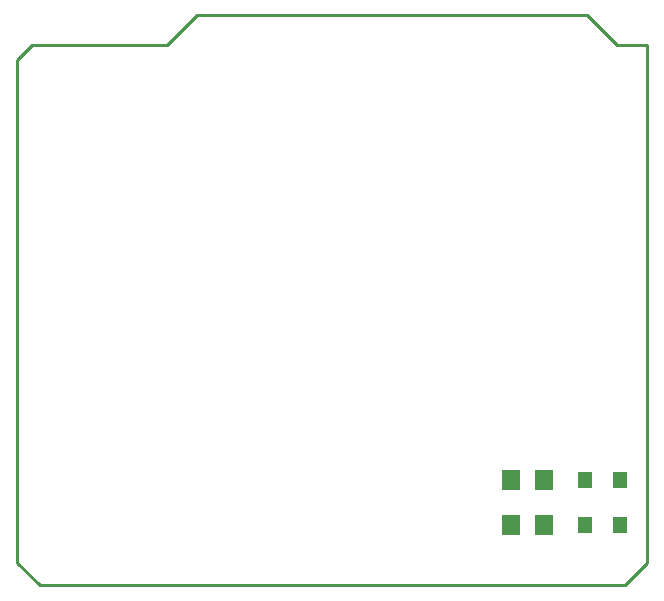
<source format=gtp>
G75*
%MOIN*%
%OFA0B0*%
%FSLAX24Y24*%
%IPPOS*%
%LPD*%
%AMOC8*
5,1,8,0,0,1.08239X$1,22.5*
%
%ADD10C,0.0100*%
%ADD11R,0.0472X0.0551*%
%ADD12R,0.0630X0.0709*%
D10*
X009083Y010752D02*
X028583Y010752D01*
X029333Y011502D01*
X029333Y028752D01*
X028333Y028752D01*
X027333Y029752D01*
X014333Y029752D01*
X013333Y028752D01*
X008833Y028752D01*
X008333Y028252D01*
X008333Y011502D01*
X009083Y010752D01*
D11*
X027243Y012752D03*
X028424Y012752D03*
X028424Y014252D03*
X027243Y014252D03*
D12*
X025885Y014252D03*
X024782Y014252D03*
X024782Y012752D03*
X025885Y012752D03*
M02*

</source>
